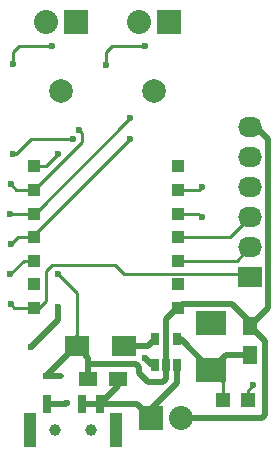
<source format=gtl>
G04 #@! TF.FileFunction,Copper,L1,Top,Signal*
%FSLAX46Y46*%
G04 Gerber Fmt 4.6, Leading zero omitted, Abs format (unit mm)*
G04 Created by KiCad (PCBNEW 4.0.2-4+6225~38~ubuntu14.04.1-stable) date Mon 25 Apr 2016 04:48:21 PM EDT*
%MOMM*%
G01*
G04 APERTURE LIST*
%ADD10C,0.100000*%
%ADD11R,1.000000X1.000000*%
%ADD12R,1.250000X1.500000*%
%ADD13R,1.500000X1.250000*%
%ADD14R,1.198880X1.198880*%
%ADD15R,2.500000X2.000000*%
%ADD16R,2.032000X1.727200*%
%ADD17O,2.032000X1.727200*%
%ADD18R,2.032000X2.032000*%
%ADD19O,2.032000X2.032000*%
%ADD20C,1.998980*%
%ADD21R,2.000000X1.700000*%
%ADD22R,0.650000X1.060000*%
%ADD23R,1.000760X2.999740*%
%ADD24R,0.701040X1.501140*%
%ADD25C,1.000760*%
%ADD26C,0.600000*%
%ADD27C,0.500000*%
%ADD28C,0.250000*%
G04 APERTURE END LIST*
D10*
D11*
X162302000Y-101912000D03*
X162302000Y-99912000D03*
X162302000Y-97912000D03*
X162302000Y-95912000D03*
X162302000Y-93912000D03*
X162302000Y-91912000D03*
X162302000Y-89912000D03*
X174502000Y-101912000D03*
X174502000Y-99912000D03*
X174502000Y-97912000D03*
X174502000Y-95912000D03*
X174502000Y-93912000D03*
X174502000Y-91912000D03*
X174502000Y-89912000D03*
D12*
X180594000Y-105898000D03*
X180594000Y-103398000D03*
D13*
X169398000Y-107950000D03*
X166898000Y-107950000D03*
D14*
X180373020Y-109728000D03*
X178274980Y-109728000D03*
D15*
X177292000Y-103156000D03*
X177292000Y-107156000D03*
D16*
X180594000Y-99314000D03*
D17*
X180594000Y-96774000D03*
X180594000Y-94234000D03*
X180594000Y-91694000D03*
X180594000Y-89154000D03*
X180594000Y-86614000D03*
D18*
X172212000Y-111252000D03*
D19*
X174752000Y-111252000D03*
D18*
X165862000Y-77724000D03*
D19*
X163322000Y-77724000D03*
D20*
X172466000Y-83566000D03*
X164592000Y-83566000D03*
D18*
X173736000Y-77724000D03*
D19*
X171196000Y-77724000D03*
D21*
X169894000Y-105156000D03*
X165894000Y-105156000D03*
D22*
X172532000Y-106764000D03*
X173482000Y-106764000D03*
X174432000Y-106764000D03*
X174432000Y-104564000D03*
X172532000Y-104564000D03*
D23*
X161958020Y-112268000D03*
X169257980Y-112268000D03*
D24*
X163357560Y-110048260D03*
X167858440Y-110048260D03*
X166357300Y-110048260D03*
D25*
X164106860Y-112268000D03*
X167109140Y-112268000D03*
D26*
X177292000Y-103156000D03*
X164306000Y-99060000D03*
X163322000Y-107696000D03*
X162052000Y-105176000D03*
X164338000Y-101854000D03*
X164338000Y-88900000D03*
X180848000Y-108458000D03*
X160306000Y-101600000D03*
X176498000Y-91694000D03*
X171704000Y-106172000D03*
X160528000Y-81280000D03*
X163830000Y-79756000D03*
X168402000Y-81312000D03*
X171704000Y-79756000D03*
X160528000Y-88900000D03*
X165608000Y-87630000D03*
X170434000Y-85852000D03*
X160274000Y-93980000D03*
X170434000Y-87630000D03*
X160306000Y-96520000D03*
X166116000Y-86868000D03*
X160306000Y-91440000D03*
X176530000Y-94234000D03*
X160274000Y-99060000D03*
X165100000Y-109982000D03*
D27*
X174432000Y-104564000D02*
X174700000Y-104564000D01*
X174700000Y-104564000D02*
X177292000Y-107156000D01*
X180594000Y-105898000D02*
X178550000Y-105898000D01*
X178550000Y-105898000D02*
X177292000Y-107156000D01*
D28*
X178274980Y-109728000D02*
X178274980Y-108138980D01*
X178274980Y-108138980D02*
X177292000Y-107156000D01*
D27*
X180594000Y-103398000D02*
X180594000Y-103124000D01*
X180594000Y-103124000D02*
X179070000Y-101600000D01*
X179070000Y-101600000D02*
X174814000Y-101600000D01*
X174814000Y-101600000D02*
X174502000Y-101912000D01*
X180594000Y-86614000D02*
X181102000Y-86614000D01*
X181102000Y-86614000D02*
X182118000Y-87630000D01*
X182118000Y-87630000D02*
X182118000Y-101874000D01*
X182118000Y-101874000D02*
X180594000Y-103398000D01*
D28*
X165894000Y-105156000D02*
X165894000Y-100648000D01*
X165894000Y-100648000D02*
X164306000Y-99060000D01*
D27*
X165894000Y-105156000D02*
X165894000Y-104362000D01*
X163322000Y-107696000D02*
X164592000Y-107696000D01*
X163322000Y-107696000D02*
X165862000Y-105156000D01*
X165862000Y-105156000D02*
X165894000Y-105156000D01*
X174752000Y-111252000D02*
X181610000Y-111252000D01*
X181864000Y-104668000D02*
X180594000Y-103398000D01*
X181864000Y-110998000D02*
X181864000Y-104668000D01*
X181610000Y-111252000D02*
X181864000Y-110998000D01*
X174502000Y-101912000D02*
X174694000Y-101912000D01*
X174502000Y-101912000D02*
X174440000Y-101912000D01*
X174440000Y-101912000D02*
X173482000Y-102870000D01*
X173482000Y-102870000D02*
X173482000Y-106172000D01*
X173482000Y-106764000D02*
X173482000Y-106172000D01*
X173482000Y-106764000D02*
X173482000Y-107950000D01*
X170942000Y-106680000D02*
X166898000Y-106680000D01*
X171196000Y-106934000D02*
X170942000Y-106680000D01*
X171196000Y-107442000D02*
X171196000Y-106934000D01*
X171958000Y-108204000D02*
X171196000Y-107442000D01*
X173228000Y-108204000D02*
X171958000Y-108204000D01*
X173482000Y-107950000D02*
X173228000Y-108204000D01*
X166898000Y-107950000D02*
X166898000Y-106680000D01*
X166898000Y-106680000D02*
X166898000Y-106160000D01*
X166898000Y-106160000D02*
X165894000Y-105156000D01*
X169398000Y-107950000D02*
X169398000Y-108508700D01*
X169398000Y-108508700D02*
X167858440Y-110048260D01*
X167858440Y-110048260D02*
X171008260Y-110048260D01*
X171008260Y-110048260D02*
X172212000Y-111252000D01*
X172212000Y-111252000D02*
X172212000Y-110490000D01*
X172212000Y-110490000D02*
X174432000Y-108270000D01*
X174432000Y-108270000D02*
X174432000Y-106764000D01*
X166357300Y-110048260D02*
X167858440Y-110048260D01*
X164338000Y-102890000D02*
X164338000Y-101854000D01*
X162052000Y-105176000D02*
X164338000Y-102890000D01*
D28*
X162302000Y-89912000D02*
X163326000Y-89912000D01*
X163326000Y-89912000D02*
X164338000Y-88900000D01*
X180373020Y-109728000D02*
X180373020Y-108932980D01*
X180373020Y-108932980D02*
X180848000Y-108458000D01*
X162302000Y-101912000D02*
X162756000Y-101912000D01*
X162756000Y-101912000D02*
X163322000Y-101346000D01*
X169926000Y-99060000D02*
X180340000Y-99060000D01*
X169164000Y-98298000D02*
X169926000Y-99060000D01*
X163830000Y-98298000D02*
X169164000Y-98298000D01*
X163322000Y-98806000D02*
X163830000Y-98298000D01*
X163322000Y-101346000D02*
X163322000Y-98806000D01*
X180340000Y-99060000D02*
X180594000Y-99314000D01*
X162302000Y-101912000D02*
X160618000Y-101912000D01*
X160618000Y-101912000D02*
X160306000Y-101600000D01*
X174502000Y-97912000D02*
X179456000Y-97912000D01*
X179456000Y-97912000D02*
X180594000Y-96774000D01*
X174502000Y-95912000D02*
X178916000Y-95912000D01*
X178916000Y-95912000D02*
X180594000Y-94234000D01*
X174502000Y-91912000D02*
X176280000Y-91912000D01*
X176280000Y-91912000D02*
X176498000Y-91694000D01*
D27*
X172532000Y-106764000D02*
X172296000Y-106764000D01*
X172296000Y-106764000D02*
X171704000Y-106172000D01*
X169894000Y-105156000D02*
X171940000Y-105156000D01*
X171940000Y-105156000D02*
X172532000Y-104564000D01*
D28*
X160528000Y-80264000D02*
X160528000Y-81280000D01*
X161036000Y-79756000D02*
X160528000Y-80264000D01*
X163830000Y-79756000D02*
X161036000Y-79756000D01*
X171704000Y-79756000D02*
X169164000Y-79756000D01*
X169164000Y-79756000D02*
X168910000Y-79756000D01*
X168910000Y-79756000D02*
X168402000Y-80264000D01*
X168402000Y-80264000D02*
X168402000Y-81280000D01*
X168402000Y-81280000D02*
X168402000Y-81312000D01*
X160782000Y-88900000D02*
X160528000Y-88900000D01*
X162052000Y-87630000D02*
X160782000Y-88900000D01*
X165608000Y-87630000D02*
X162052000Y-87630000D01*
X162302000Y-93912000D02*
X162374000Y-93912000D01*
X162374000Y-93912000D02*
X170434000Y-85852000D01*
X162302000Y-93912000D02*
X160342000Y-93912000D01*
X160342000Y-93912000D02*
X160274000Y-93980000D01*
X162302000Y-95912000D02*
X162302000Y-95762000D01*
X162302000Y-95762000D02*
X170434000Y-87630000D01*
X162302000Y-95912000D02*
X160914000Y-95912000D01*
X160914000Y-95912000D02*
X160306000Y-96520000D01*
X166116000Y-86868000D02*
X166370000Y-87122000D01*
X166370000Y-87122000D02*
X166370000Y-87844000D01*
X166370000Y-87844000D02*
X162302000Y-91912000D01*
X162302000Y-91912000D02*
X160778000Y-91912000D01*
X160778000Y-91912000D02*
X160306000Y-91440000D01*
X174502000Y-93912000D02*
X176208000Y-93912000D01*
X176208000Y-93912000D02*
X176530000Y-94234000D01*
X162302000Y-97912000D02*
X161422000Y-97912000D01*
X161422000Y-97912000D02*
X160274000Y-99060000D01*
D27*
X163357560Y-110048260D02*
X165033740Y-110048260D01*
X165033740Y-110048260D02*
X165100000Y-109982000D01*
M02*

</source>
